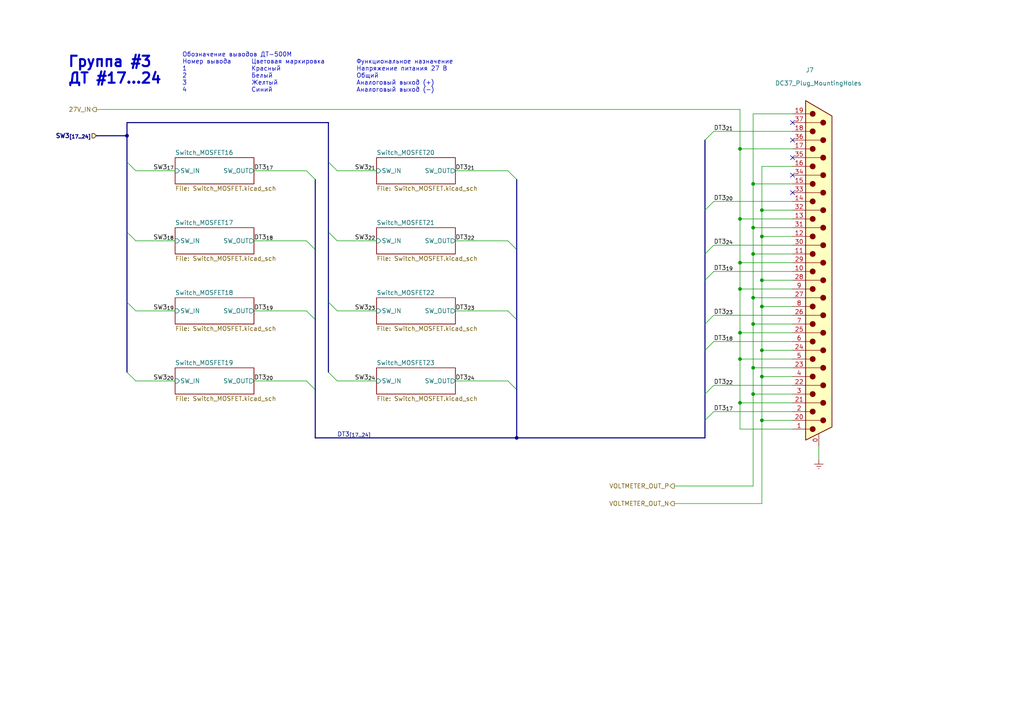
<source format=kicad_sch>
(kicad_sch (version 20231120) (generator "eeschema") (generator_version "8.0")
  (paper "A4")
  (lib_symbols
    (symbol "Connector:DC37_Plug_MountingHoles" (pin_names (offset 1.016) hide)
      (property "Reference" "J" (at 0 52.705 0))
      (property "Value" "DC37_Plug_MountingHoles" (at 0 50.8 0))
      (symbol "DC37_Plug_MountingHoles_0_1"
        (circle (center -1.778 -45.72) (radius 0.762) (fill (type outline)))
        (circle (center -1.778 -40.64) (radius 0.762) (fill (type outline)))
        (circle (center -1.778 -35.56) (radius 0.762) (fill (type outline)))
        (circle (center -1.778 -30.48) (radius 0.762) (fill (type outline)))
        (circle (center -1.778 -25.4) (radius 0.762) (fill (type outline)))
        (circle (center -1.778 -20.32) (radius 0.762) (fill (type outline)))
        (circle (center -1.778 -15.24) (radius 0.762) (fill (type outline)))
        (circle (center -1.778 -10.16) (radius 0.762) (fill (type outline)))
        (circle (center -1.778 -5.08) (radius 0.762) (fill (type outline)))
        (circle (center -1.778 0) (radius 0.762) (fill (type outline)))
        (circle (center -1.778 5.08) (radius 0.762) (fill (type outline)))
        (circle (center -1.778 10.16) (radius 0.762) (fill (type outline)))
        (circle (center -1.778 15.24) (radius 0.762) (fill (type outline)))
        (circle (center -1.778 20.32) (radius 0.762) (fill (type outline)))
        (circle (center -1.778 25.4) (radius 0.762) (fill (type outline)))
        (circle (center -1.778 30.48) (radius 0.762) (fill (type outline)))
        (circle (center -1.778 35.56) (radius 0.762) (fill (type outline)))
        (circle (center -1.778 40.64) (radius 0.762) (fill (type outline)))
        (circle (center -1.778 45.72) (radius 0.762) (fill (type outline)))
        (polyline (pts (xy -3.81 -45.72) (xy -2.54 -45.72)))
        (polyline (pts (xy -3.81 -43.18) (xy 0.508 -43.18)))
        (polyline (pts (xy -3.81 -40.64) (xy -2.54 -40.64)))
        (polyline (pts (xy -3.81 -38.1) (xy 0.508 -38.1)))
        (polyline (pts (xy -3.81 -35.56) (xy -2.54 -35.56)))
        (polyline (pts (xy -3.81 -33.02) (xy 0.508 -33.02)))
        (polyline (pts (xy -3.81 -30.48) (xy -2.54 -30.48)))
        (polyline (pts (xy -3.81 -27.94) (xy 0.508 -27.94)))
        (polyline (pts (xy -3.81 -25.4) (xy -2.54 -25.4)))
        (polyline (pts (xy -3.81 -22.86) (xy 0.508 -22.86)))
        (polyline (pts (xy -3.81 -20.32) (xy -2.54 -20.32)))
        (polyline (pts (xy -3.81 -17.78) (xy 0.508 -17.78)))
        (polyline (pts (xy -3.81 -15.24) (xy -2.54 -15.24)))
        (polyline (pts (xy -3.81 -12.7) (xy 0.508 -12.7)))
        (polyline (pts (xy -3.81 -10.16) (xy -2.54 -10.16)))
        (polyline (pts (xy -3.81 -7.62) (xy 0.508 -7.62)))
        (polyline (pts (xy -3.81 -5.08) (xy -2.54 -5.08)))
        (polyline (pts (xy -3.81 -2.54) (xy 0.508 -2.54)))
        (polyline (pts (xy -3.81 0) (xy -2.54 0)))
        (polyline (pts (xy -3.81 2.54) (xy 0.508 2.54)))
        (polyline (pts (xy -3.81 5.08) (xy -2.54 5.08)))
        (polyline (pts (xy -3.81 7.62) (xy 0.508 7.62)))
        (polyline (pts (xy -3.81 10.16) (xy -2.54 10.16)))
        (polyline (pts (xy -3.81 12.7) (xy 0.508 12.7)))
        (polyline (pts (xy -3.81 15.24) (xy -2.54 15.24)))
        (polyline (pts (xy -3.81 17.78) (xy 0.508 17.78)))
        (polyline (pts (xy -3.81 20.32) (xy -2.54 20.32)))
        (polyline (pts (xy -3.81 22.86) (xy 0.508 22.86)))
        (polyline (pts (xy -3.81 25.4) (xy -2.54 25.4)))
        (polyline (pts (xy -3.81 27.94) (xy 0.508 27.94)))
        (polyline (pts (xy -3.81 30.48) (xy -2.54 30.48)))
        (polyline (pts (xy -3.81 33.02) (xy 0.508 33.02)))
        (polyline (pts (xy -3.81 35.56) (xy -2.54 35.56)))
        (polyline (pts (xy -3.81 38.1) (xy 0.508 38.1)))
        (polyline (pts (xy -3.81 40.64) (xy -2.54 40.64)))
        (polyline (pts (xy -3.81 43.18) (xy 0.508 43.18)))
        (polyline (pts (xy -3.81 45.72) (xy -2.54 45.72)))
        (polyline (pts (xy -3.81 49.53) (xy 3.81 45.085) (xy 3.81 -45.085) (xy -3.81 -48.895) (xy -3.81 49.53)) (stroke (width 0.254)) (fill (type background)))
        (circle (center 1.27 -43.18) (radius 0.762) (fill (type outline)))
        (circle (center 1.27 -38.1) (radius 0.762) (fill (type outline)))
        (circle (center 1.27 -33.02) (radius 0.762) (fill (type outline)))
        (circle (center 1.27 -27.94) (radius 0.762) (fill (type outline)))
        (circle (center 1.27 -22.86) (radius 0.762) (fill (type outline)))
        (circle (center 1.27 -17.78) (radius 0.762) (fill (type outline)))
        (circle (center 1.27 -12.7) (radius 0.762) (fill (type outline)))
        (circle (center 1.27 -7.62) (radius 0.762) (fill (type outline)))
        (circle (center 1.27 -2.54) (radius 0.762) (fill (type outline)))
        (circle (center 1.27 2.54) (radius 0.762) (fill (type outline)))
        (circle (center 1.27 7.62) (radius 0.762) (fill (type outline)))
        (circle (center 1.27 12.7) (radius 0.762) (fill (type outline)))
        (circle (center 1.27 17.78) (radius 0.762) (fill (type outline)))
        (circle (center 1.27 22.86) (radius 0.762) (fill (type outline)))
        (circle (center 1.27 27.94) (radius 0.762) (fill (type outline)))
        (circle (center 1.27 33.02) (radius 0.762) (fill (type outline)))
        (circle (center 1.27 38.1) (radius 0.762) (fill (type outline)))
        (circle (center 1.27 43.18) (radius 0.762) (fill (type outline)))
      )
      (symbol "DC37_Plug_MountingHoles_1_1"
        (pin passive line (at 0 -50.8 90) (length 3.81) (name "PAD") (number "0"))
        (pin passive line (at -7.62 -45.72 0) (length 3.81) (name "1") (number "1"))
        (pin passive line (at -7.62 0 0) (length 3.81) (name "10") (number "10"))
        (pin passive line (at -7.62 5.08 0) (length 3.81) (name "11") (number "11"))
        (pin passive line (at -7.62 10.16 0) (length 3.81) (name "12") (number "12"))
        (pin passive line (at -7.62 15.24 0) (length 3.81) (name "13") (number "13"))
        (pin passive line (at -7.62 20.32 0) (length 3.81) (name "14") (number "14"))
        (pin passive line (at -7.62 25.4 0) (length 3.81) (name "15") (number "15"))
        (pin passive line (at -7.62 30.48 0) (length 3.81) (name "16") (number "16"))
        (pin passive line (at -7.62 35.56 0) (length 3.81) (name "17") (number "17"))
        (pin passive line (at -7.62 40.64 0) (length 3.81) (name "18") (number "18"))
        (pin passive line (at -7.62 45.72 0) (length 3.81) (name "19") (number "19"))
        (pin passive line (at -7.62 -40.64 0) (length 3.81) (name "2") (number "2"))
        (pin passive line (at -7.62 -43.18 0) (length 3.81) (name "20") (number "20"))
        (pin passive line (at -7.62 -38.1 0) (length 3.81) (name "21") (number "21"))
        (pin passive line (at -7.62 -33.02 0) (length 3.81) (name "22") (number "22"))
        (pin passive line (at -7.62 -27.94 0) (length 3.81) (name "23") (number "23"))
        (pin passive line (at -7.62 -22.86 0) (length 3.81) (name "24") (number "24"))
        (pin passive line (at -7.62 -17.78 0) (length 3.81) (name "25") (number "25"))
        (pin passive line (at -7.62 -12.7 0) (length 3.81) (name "26") (number "26"))
        (pin passive line (at -7.62 -7.62 0) (length 3.81) (name "27") (number "27"))
        (pin passive line (at -7.62 -2.54 0) (length 3.81) (name "28") (number "28"))
        (pin passive line (at -7.62 2.54 0) (length 3.81) (name "29") (number "29"))
        (pin passive line (at -7.62 -35.56 0) (length 3.81) (name "3") (number "3"))
        (pin passive line (at -7.62 7.62 0) (length 3.81) (name "30") (number "30"))
        (pin passive line (at -7.62 12.7 0) (length 3.81) (name "31") (number "31"))
        (pin passive line (at -7.62 17.78 0) (length 3.81) (name "32") (number "32"))
        (pin passive line (at -7.62 22.86 0) (length 3.81) (name "33") (number "33"))
        (pin passive line (at -7.62 27.94 0) (length 3.81) (name "34") (number "34"))
        (pin passive line (at -7.62 33.02 0) (length 3.81) (name "35") (number "35"))
        (pin passive line (at -7.62 38.1 0) (length 3.81) (name "36") (number "36"))
        (pin passive line (at -7.62 43.18 0) (length 3.81) (name "37") (number "37"))
        (pin passive line (at -7.62 -30.48 0) (length 3.81) (name "4") (number "4"))
        (pin passive line (at -7.62 -25.4 0) (length 3.81) (name "5") (number "5"))
        (pin passive line (at -7.62 -20.32 0) (length 3.81) (name "6") (number "6"))
        (pin passive line (at -7.62 -15.24 0) (length 3.81) (name "7") (number "7"))
        (pin passive line (at -7.62 -10.16 0) (length 3.81) (name "8") (number "8"))
        (pin passive line (at -7.62 -5.08 0) (length 3.81) (name "9") (number "9"))
      )
    )
    (symbol "power:Earth" (power) (pin_names (offset 0))
      (symbol "Earth_0_1"
        (polyline (pts (xy -0.635 -1.905) (xy 0.635 -1.905)))
        (polyline (pts (xy -0.127 -2.54) (xy 0.127 -2.54)))
        (polyline (pts (xy 0 -1.27) (xy 0 0)))
        (polyline (pts (xy 1.27 -1.27) (xy -1.27 -1.27)))
      )
      (symbol "Earth_1_1"
        (pin power_in line (at 0 0 270) (length 0) hide (name "Earth") (number "1"))
      )
    )
  )
  (junction (at 220.98 88.9))
  (junction (at 220.98 68.58))
  (junction (at 214.63 104.14))
  (junction (at 220.98 109.22))
  (junction (at 214.63 83.82))
  (junction (at 220.98 101.6))
  (junction (at 149.86 127))
  (junction (at 214.63 43.18))
  (junction (at 218.44 106.68))
  (junction (at 214.63 116.84))
  (junction (at 214.63 76.2))
  (junction (at 220.98 81.28))
  (junction (at 218.44 73.66))
  (junction (at 218.44 86.36))
  (junction (at 218.44 93.98))
  (junction (at 218.44 66.04))
  (junction (at 220.98 121.92))
  (junction (at 218.44 53.34))
  (junction (at 218.44 114.3))
  (junction (at 214.63 96.52))
  (junction (at 36.83 39.37))
  (junction (at 214.63 63.5))
  (junction (at 220.98 60.96))
  (no_connect (at 229.87 45.72))
  (no_connect (at 229.87 40.64))
  (no_connect (at 229.87 55.88))
  (no_connect (at 229.87 35.56))
  (no_connect (at 229.87 50.8))
  (bus_entry (at 204.47 60.96) (size 2.54 -2.54))
  (bus_entry (at 204.47 114.3) (size 2.54 -2.54))
  (bus_entry (at 204.47 40.64) (size 2.54 -2.54))
  (bus_entry (at 95.25 46.99) (size 2.54 2.54))
  (bus_entry (at 149.86 113.03) (size -2.54 -2.54))
  (bus_entry (at 91.44 72.39) (size -2.54 -2.54))
  (bus_entry (at 91.44 113.03) (size -2.54 -2.54))
  (bus_entry (at 36.83 46.99) (size 2.54 2.54))
  (bus_entry (at 204.47 73.66) (size 2.54 -2.54))
  (bus_entry (at 91.44 92.71) (size -2.54 -2.54))
  (bus_entry (at 95.25 87.63) (size 2.54 2.54))
  (bus_entry (at 36.83 87.63) (size 2.54 2.54))
  (bus_entry (at 149.86 52.07) (size -2.54 -2.54))
  (bus_entry (at 95.25 67.31) (size 2.54 2.54))
  (bus_entry (at 149.86 72.39) (size -2.54 -2.54))
  (bus_entry (at 149.86 92.71) (size -2.54 -2.54))
  (bus_entry (at 36.83 107.95) (size 2.54 2.54))
  (bus_entry (at 36.83 67.31) (size 2.54 2.54))
  (bus_entry (at 204.47 81.28) (size 2.54 -2.54))
  (bus_entry (at 91.44 52.07) (size -2.54 -2.54))
  (bus_entry (at 204.47 93.98) (size 2.54 -2.54))
  (bus_entry (at 204.47 121.92) (size 2.54 -2.54))
  (bus_entry (at 204.47 101.6) (size 2.54 -2.54))
  (bus_entry (at 95.25 107.95) (size 2.54 2.54))
  (bus (pts (xy 36.83 67.31) (xy 36.83 87.63)))
  (wire (pts (xy 195.58 140.97) (xy 218.44 140.97)))
  (wire (pts (xy 218.44 106.68) (xy 229.87 106.68)))
  (wire (pts (xy 218.44 33.02) (xy 229.87 33.02)))
  (wire (pts (xy 220.98 48.26) (xy 220.98 60.96)))
  (wire (pts (xy 207.01 119.38) (xy 229.87 119.38)))
  (bus (pts (xy 149.86 127) (xy 204.47 127)))
  (wire (pts (xy 220.98 88.9) (xy 229.87 88.9)))
  (wire (pts (xy 220.98 68.58) (xy 220.98 81.28)))
  (wire (pts (xy 214.63 124.46) (xy 214.63 116.84)))
  (wire (pts (xy 220.98 101.6) (xy 220.98 109.22)))
  (wire (pts (xy 214.63 43.18) (xy 214.63 31.75)))
  (wire (pts (xy 207.01 71.12) (xy 229.87 71.12)))
  (bus (pts (xy 95.25 35.56) (xy 95.25 46.99)))
  (wire (pts (xy 220.98 109.22) (xy 220.98 121.92)))
  (wire (pts (xy 214.63 116.84) (xy 214.63 104.14)))
  (bus (pts (xy 36.83 35.56) (xy 36.83 39.37)))
  (wire (pts (xy 73.66 49.53) (xy 88.9 49.53)))
  (wire (pts (xy 97.79 110.49) (xy 109.22 110.49)))
  (wire (pts (xy 220.98 60.96) (xy 229.87 60.96)))
  (wire (pts (xy 39.37 49.53) (xy 50.8 49.53)))
  (bus (pts (xy 91.44 113.03) (xy 91.44 127)))
  (wire (pts (xy 220.98 68.58) (xy 229.87 68.58)))
  (wire (pts (xy 39.37 90.17) (xy 50.8 90.17)))
  (wire (pts (xy 97.79 69.85) (xy 109.22 69.85)))
  (wire (pts (xy 220.98 81.28) (xy 229.87 81.28)))
  (wire (pts (xy 207.01 91.44) (xy 229.87 91.44)))
  (wire (pts (xy 214.63 83.82) (xy 229.87 83.82)))
  (bus (pts (xy 91.44 52.07) (xy 91.44 72.39)))
  (wire (pts (xy 218.44 93.98) (xy 229.87 93.98)))
  (wire (pts (xy 218.44 114.3) (xy 229.87 114.3)))
  (wire (pts (xy 214.63 96.52) (xy 214.63 83.82)))
  (wire (pts (xy 73.66 69.85) (xy 88.9 69.85)))
  (wire (pts (xy 132.08 49.53) (xy 147.32 49.53)))
  (wire (pts (xy 218.44 53.34) (xy 218.44 66.04)))
  (bus (pts (xy 204.47 127) (xy 204.47 121.92)))
  (wire (pts (xy 218.44 86.36) (xy 229.87 86.36)))
  (wire (pts (xy 214.63 124.46) (xy 229.87 124.46)))
  (wire (pts (xy 237.49 129.54) (xy 237.49 133.35)))
  (wire (pts (xy 214.63 63.5) (xy 229.87 63.5)))
  (wire (pts (xy 207.01 78.74) (xy 229.87 78.74)))
  (wire (pts (xy 132.08 90.17) (xy 147.32 90.17)))
  (wire (pts (xy 214.63 116.84) (xy 229.87 116.84)))
  (bus (pts (xy 149.86 72.39) (xy 149.86 92.71)))
  (bus (pts (xy 204.47 114.3) (xy 204.47 121.92)))
  (wire (pts (xy 220.98 81.28) (xy 220.98 88.9)))
  (bus (pts (xy 95.25 35.56) (xy 36.83 35.56)))
  (wire (pts (xy 218.44 53.34) (xy 229.87 53.34)))
  (wire (pts (xy 218.44 33.02) (xy 218.44 53.34)))
  (wire (pts (xy 214.63 83.82) (xy 214.63 76.2)))
  (wire (pts (xy 207.01 38.1) (xy 229.87 38.1)))
  (wire (pts (xy 214.63 104.14) (xy 214.63 96.52)))
  (wire (pts (xy 220.98 60.96) (xy 220.98 68.58)))
  (wire (pts (xy 73.66 90.17) (xy 88.9 90.17)))
  (bus (pts (xy 204.47 93.98) (xy 204.47 101.6)))
  (bus (pts (xy 204.47 101.6) (xy 204.47 114.3)))
  (wire (pts (xy 214.63 63.5) (xy 214.63 43.18)))
  (wire (pts (xy 218.44 86.36) (xy 218.44 93.98)))
  (wire (pts (xy 220.98 88.9) (xy 220.98 101.6)))
  (wire (pts (xy 214.63 43.18) (xy 229.87 43.18)))
  (bus (pts (xy 95.25 46.99) (xy 95.25 67.31)))
  (wire (pts (xy 220.98 121.92) (xy 220.98 146.05)))
  (wire (pts (xy 214.63 76.2) (xy 214.63 63.5)))
  (bus (pts (xy 149.86 113.03) (xy 149.86 127)))
  (wire (pts (xy 218.44 66.04) (xy 229.87 66.04)))
  (wire (pts (xy 132.08 69.85) (xy 147.32 69.85)))
  (bus (pts (xy 36.83 46.99) (xy 36.83 67.31)))
  (wire (pts (xy 97.79 90.17) (xy 109.22 90.17)))
  (bus (pts (xy 149.86 52.07) (xy 149.86 72.39)))
  (wire (pts (xy 39.37 110.49) (xy 50.8 110.49)))
  (wire (pts (xy 132.08 110.49) (xy 147.32 110.49)))
  (wire (pts (xy 218.44 66.04) (xy 218.44 73.66)))
  (wire (pts (xy 218.44 73.66) (xy 229.87 73.66)))
  (bus (pts (xy 95.25 87.63) (xy 95.25 107.95)))
  (wire (pts (xy 39.37 69.85) (xy 50.8 69.85)))
  (wire (pts (xy 218.44 114.3) (xy 218.44 140.97)))
  (bus (pts (xy 36.83 87.63) (xy 36.83 107.95)))
  (bus (pts (xy 95.25 67.31) (xy 95.25 87.63)))
  (bus (pts (xy 91.44 92.71) (xy 91.44 113.03)))
  (wire (pts (xy 214.63 104.14) (xy 229.87 104.14)))
  (wire (pts (xy 73.66 110.49) (xy 88.9 110.49)))
  (wire (pts (xy 214.63 96.52) (xy 229.87 96.52)))
  (bus (pts (xy 91.44 72.39) (xy 91.44 92.71)))
  (wire (pts (xy 218.44 106.68) (xy 218.44 114.3)))
  (bus (pts (xy 36.83 39.37) (xy 36.83 46.99)))
  (wire (pts (xy 220.98 101.6) (xy 229.87 101.6)))
  (wire (pts (xy 220.98 109.22) (xy 229.87 109.22)))
  (wire (pts (xy 218.44 73.66) (xy 218.44 86.36)))
  (bus (pts (xy 204.47 60.96) (xy 204.47 73.66)))
  (bus (pts (xy 36.83 39.37) (xy 27.94 39.37)))
  (bus (pts (xy 91.44 127) (xy 149.86 127)))
  (wire (pts (xy 195.58 146.05) (xy 220.98 146.05)))
  (wire (pts (xy 207.01 99.06) (xy 229.87 99.06)))
  (wire (pts (xy 207.01 111.76) (xy 229.87 111.76)))
  (bus (pts (xy 204.47 40.64) (xy 204.47 60.96)))
  (wire (pts (xy 220.98 48.26) (xy 229.87 48.26)))
  (bus (pts (xy 204.47 73.66) (xy 204.47 81.28)))
  (wire (pts (xy 97.79 49.53) (xy 109.22 49.53)))
  (wire (pts (xy 27.94 31.75) (xy 214.63 31.75)))
  (wire (pts (xy 207.01 58.42) (xy 229.87 58.42)))
  (wire (pts (xy 218.44 93.98) (xy 218.44 106.68)))
  (bus (pts (xy 204.47 81.28) (xy 204.47 93.98)))
  (wire (pts (xy 214.63 76.2) (xy 229.87 76.2)))
  (wire (pts (xy 220.98 121.92) (xy 229.87 121.92)))
  (bus (pts (xy 149.86 92.71) (xy 149.86 113.03)))
  (text "Группа #3\nДТ #17...24" (at 19.558 24.638 0) (effects (font (size 3 3) (thickness 0.6) (bold yes)) (justify left bottom)))
  (text "Обозначение выводов ДТ-500М\nНомер вывода	Цветовая маркировка		Функциональное назначение\n1 				Красный 				Напряжение питания 27 В\n2 				Белый 					Общий\n3 				Желтый 					Аналоговый выход (+)\n4 				Синий 					Аналоговый выход (-)" (at 52.832 26.924 0) (effects (font (size 1.27 1.27)) (justify left bottom)))
  (label "SW3_{23}" (at 102.87 90.17 0))
  (label "DT3_{18}" (at 73.66 69.85 0))
  (label "DT3_{22}" (at 207.01 111.76 0))
  (label "SW3_{18}" (at 44.45 69.85 0))
  (label "DT3_{20}" (at 207.01 58.42 0))
  (label "DT3_{24}" (at 207.01 71.12 0))
  (label "DT3_{18}" (at 207.01 99.06 0))
  (label "DT3_{19}" (at 207.01 78.74 0))
  (label "DT3_{[17..24]}" (at 97.79 127 0))
  (label "DT3_{24}" (at 132.08 110.49 0))
  (label "DT3_{21}" (at 132.08 49.53 0))
  (label "SW3_{21}" (at 102.87 49.53 0))
  (label "DT3_{20}" (at 73.66 110.49 0))
  (label "DT3_{17}" (at 207.01 119.38 0))
  (label "DT3_{23}" (at 207.01 91.44 0))
  (label "SW3_{22}" (at 102.87 69.85 0))
  (label "SW3_{19}" (at 44.45 90.17 0))
  (label "DT3_{22}" (at 132.08 69.85 0))
  (label "DT3_{21}" (at 207.01 38.1 0))
  (label "DT3_{17}" (at 73.66 49.53 0))
  (label "SW3_{20}" (at 44.45 110.49 0))
  (label "DT3_{23}" (at 132.08 90.17 0))
  (label "SW3_{17}" (at 44.45 49.53 0))
  (label "SW3_{24}" (at 102.87 110.49 0))
  (label "DT3_{19}" (at 73.66 90.17 0))
  (hierarchical_label "27V_IN" (shape output) (at 27.94 31.75 180))
  (hierarchical_label "VOLTMETER_OUT_N" (shape output) (at 195.58 146.05 180))
  (hierarchical_label "SW3_{[17..24]}" (shape input) (at 27.94 39.37 180) (effects (font (bold yes))))
  (hierarchical_label "VOLTMETER_OUT_P" (shape output) (at 195.58 140.97 180))
  (symbol (lib_id "power:Earth") (at 237.49 133.35 0) (unit 1)
    (property "Reference" "#PWR081" (effects (hide yes)))
    (property "Value" "Earth" (effects (hide yes)))
  )
  (symbol (lib_id "Connector:DC37_Plug_MountingHoles") (at 237.49 78.74 0) (unit 1)
    (property "Reference" "J7" (at 233.68 20.32 0) (effects (justify left)))
    (property "Value" "DC37_Plug_MountingHoles" (at 224.79 24.13 0) (effects (justify left)))
    (property "Footprint" "Connector_Dsub:DSUB-37_Male_Vertical_P2.77x2.84mm_MountingHoles" (effects (hide yes)))
    (property "Datasheet" " ~" (effects (hide yes)))
  )
  (sheet (at 109.22 86.36) (size 22.86 7.62) (stroke (width 0.1524))
    (property "Sheetname" "Switch_MOSFET22" (at 109.22 85.6484 0) (effects (justify left bottom)))
    (property "Sheetfile" "Switch_MOSFET.kicad_sch" (at 109.22 94.5646 0) (effects (justify left top)))
    (pin "SW_OUT" output (at 132.08 90.17 0))
    (pin "SW_IN" input (at 109.22 90.17 180))
  )
  (sheet (at 50.8 45.72) (size 22.86 7.62) (stroke (width 0.1524))
    (property "Sheetname" "Switch_MOSFET16" (at 50.8 45.0084 0) (effects (justify left bottom)))
    (property "Sheetfile" "Switch_MOSFET.kicad_sch" (at 50.8 53.9246 0) (effects (justify left top)))
    (pin "SW_OUT" output (at 73.66 49.53 0))
    (pin "SW_IN" input (at 50.8 49.53 180))
  )
  (sheet (at 109.22 45.72) (size 22.86 7.62) (stroke (width 0.1524))
    (property "Sheetname" "Switch_MOSFET20" (at 109.22 45.0084 0) (effects (justify left bottom)))
    (property "Sheetfile" "Switch_MOSFET.kicad_sch" (at 109.22 53.9246 0) (effects (justify left top)))
    (pin "SW_OUT" output (at 132.08 49.53 0))
    (pin "SW_IN" input (at 109.22 49.53 180))
  )
  (sheet (at 50.8 66.04) (size 22.86 7.62) (stroke (width 0.1524))
    (property "Sheetname" "Switch_MOSFET17" (at 50.8 65.3284 0) (effects (justify left bottom)))
    (property "Sheetfile" "Switch_MOSFET.kicad_sch" (at 50.8 74.2446 0) (effects (justify left top)))
    (pin "SW_OUT" output (at 73.66 69.85 0))
    (pin "SW_IN" input (at 50.8 69.85 180))
  )
  (sheet (at 109.22 106.68) (size 22.86 7.62) (stroke (width 0.1524))
    (property "Sheetname" "Switch_MOSFET23" (at 109.22 105.9684 0) (effects (justify left bottom)))
    (property "Sheetfile" "Switch_MOSFET.kicad_sch" (at 109.22 114.8846 0) (effects (justify left top)))
    (pin "SW_OUT" output (at 132.08 110.49 0))
    (pin "SW_IN" input (at 109.22 110.49 180))
  )
  (sheet (at 50.8 86.36) (size 22.86 7.62) (stroke (width 0.1524))
    (property "Sheetname" "Switch_MOSFET18" (at 50.8 85.6484 0) (effects (justify left bottom)))
    (property "Sheetfile" "Switch_MOSFET.kicad_sch" (at 50.8 94.5646 0) (effects (justify left top)))
    (pin "SW_OUT" output (at 73.66 90.17 0))
    (pin "SW_IN" input (at 50.8 90.17 180))
  )
  (sheet (at 50.8 106.68) (size 22.86 7.62) (stroke (width 0.1524))
    (property "Sheetname" "Switch_MOSFET19" (at 50.8 105.9684 0) (effects (justify left bottom)))
    (property "Sheetfile" "Switch_MOSFET.kicad_sch" (at 50.8 114.8846 0) (effects (justify left top)))
    (pin "SW_OUT" output (at 73.66 110.49 0))
    (pin "SW_IN" input (at 50.8 110.49 180))
  )
  (sheet (at 109.22 66.04) (size 22.86 7.62) (stroke (width 0.1524))
    (property "Sheetname" "Switch_MOSFET21" (at 109.22 65.3284 0) (effects (justify left bottom)))
    (property "Sheetfile" "Switch_MOSFET.kicad_sch" (at 109.22 74.2446 0) (effects (justify left top)))
    (pin "SW_OUT" output (at 132.08 69.85 0))
    (pin "SW_IN" input (at 109.22 69.85 180))
  )
)
</source>
